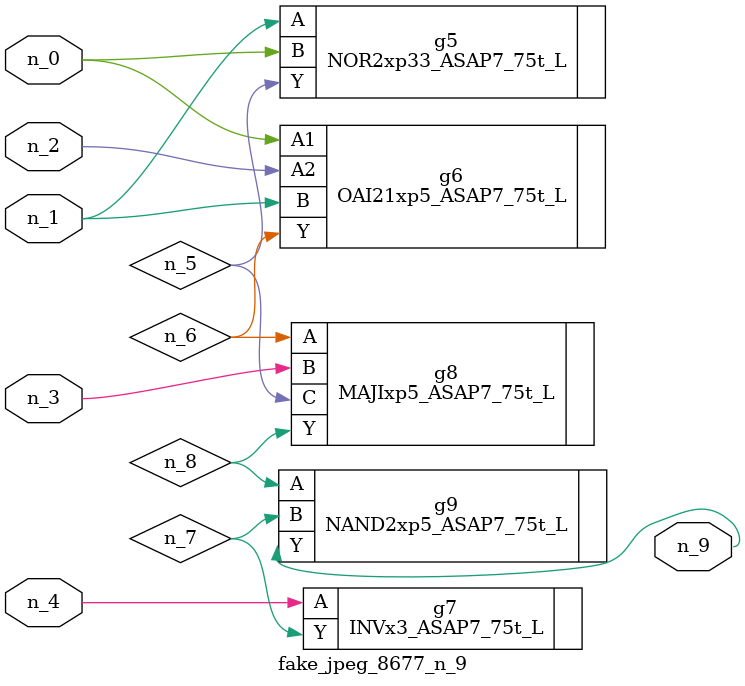
<source format=v>
module fake_jpeg_8677_n_9 (n_3, n_2, n_1, n_0, n_4, n_9);

input n_3;
input n_2;
input n_1;
input n_0;
input n_4;

output n_9;

wire n_8;
wire n_6;
wire n_5;
wire n_7;

NOR2xp33_ASAP7_75t_L g5 ( 
.A(n_1),
.B(n_0),
.Y(n_5)
);

OAI21xp5_ASAP7_75t_L g6 ( 
.A1(n_0),
.A2(n_2),
.B(n_1),
.Y(n_6)
);

INVx3_ASAP7_75t_L g7 ( 
.A(n_4),
.Y(n_7)
);

MAJIxp5_ASAP7_75t_L g8 ( 
.A(n_6),
.B(n_3),
.C(n_5),
.Y(n_8)
);

NAND2xp5_ASAP7_75t_L g9 ( 
.A(n_8),
.B(n_7),
.Y(n_9)
);


endmodule
</source>
